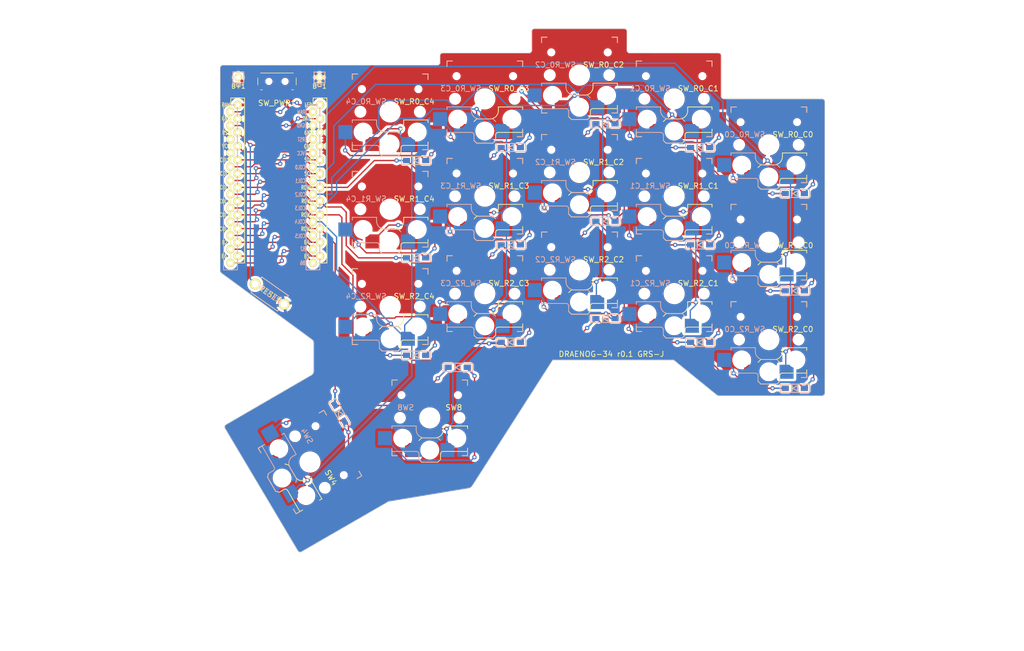
<source format=kicad_pcb>
(kicad_pcb (version 20221018) (generator pcbnew)
  (layers (0 "F.Cu" signal) (31 "B.Cu" signal) (34 "B.Paste" user) (35 "F.Paste" user) (36 "B.SilkS" user "B.Silkscreen") (37 "F.SilkS" user "F.Silkscreen") (38 "B.Mask" user) (39 "F.Mask" user) (44 "Edge.Cuts" user))
  (net 0 "")
  (net 1 "unconnected-(U1-RX1{slash}D2-Pad2)")
  (net 2 "unconnected-(U1-TX0{slash}D3-Pad1)")
  (net 3 "row0")
  (net 4 "Net-(D1-A)")
  (net 5 "row1")
  (net 6 "Net-(D2-A)")
  (net 7 "row2")
  (net 8 "Net-(D3-A)")
  (net 9 "row3")
  (net 10 "Net-(D4-A)")
  (net 11 "Net-(D5-A)")
  (net 12 "Net-(D6-A)")
  (net 13 "Net-(D7-A)")
  (net 14 "Net-(D8-A)")
  (net 15 "Net-(D9-A)")
  (net 16 "Net-(D10-A)")
  (net 17 "Net-(D11-A)")
  (net 18 "Net-(D12-A)")
  (net 19 "Net-(D13-A)")
  (net 20 "Net-(D14-A)")
  (net 21 "Net-(D15-A)")
  (net 22 "Net-(D16-A)")
  (net 23 "Net-(D17-A)")
  (net 24 "RAW")
  (net 25 "GND")
  (net 26 "col4")
  (net 27 "col3")
  (net 28 "col2")
  (net 29 "col1")
  (net 30 "col0")
  (net 31 "RESET")
  (net 32 "Net-(SW_PWR1-C)")
  (net 34 "unconnected-(U1-VCC-Pad21)")
  (net 35 "unconnected-(U1-3{slash}D0{slash}SCL-Pad6)")
  (net 36 "unconnected-(U1-2{slash}D1{slash}SDA-Pad5)")
  (net 37 "unconnected-(U1-9{slash}B5-Pad12)")
  (net 38 "unconnected-(U1-8{slash}B4-Pad11)")
  (net 39 "unconnected-(U1-B3{slash}14-Pad15)")
  (net 40 "unconnected-(U1-B2{slash}16-Pad14)")
  (net 41 "unconnected-(U1-B6{slash}10-Pad13)")
  (footprint "kbd:1pin_conn" (layer "F.Cu") (at 92.25 27)
    (fp_text reference "B+1")
    (fp_text value "MountingHole_Pad" hide)
  )
  (footprint "kbd:D3_SMD" (layer "F.Cu") (at 160.117 35.58)
    (fp_text reference "D9" hide)
    (fp_text value "1N4148W" hide)
  )
  (footprint "keyswitches:Kailh_socket_PG1350_reversible" (layer "F.Cu") (at 155.317 62.58)
    (fp_text reference "SW_R2_C2")
    (fp_text value "SW_PUSH")
  )
  (footprint "keyswitches:Kailh_socket_PG1350_reversible" (layer "F.Cu") (at 190.317 75.47)
    (fp_text reference "SW_R2_C0")
    (fp_text value "SW_PUSH")
  )
  (footprint "kbd:ResetSW" (layer "F.Cu") (at 98.044 67.056 -35)
    (fp_text reference "SW_RST1" hide)
    (fp_text value "SW_Push")
  )
  (footprint "keyswitches:Kailh_socket_PG1350_reversible" (layer "F.Cu") (at 137.817 66.97)
    (fp_text reference "SW_R2_C3")
    (fp_text value "SW_PUSH")
  )
  (footprint "kbd:D3_SMD" (layer "F.Cu") (at 142.617 39.97)
    (fp_text reference "D5" hide)
    (fp_text value "1N4148W" hide)
  )
  (footprint "kbd:1pin_conn" (layer "F.Cu") (at 107.25 27)
    (fp_text reference "B-1")
    (fp_text value "MountingHole_Pad" hide)
  )
  (footprint "keyswitches:Kailh_socket_PG1350_reversible" (layer "F.Cu") (at 172.817 48.97)
    (fp_text reference "SW_R1_C1")
    (fp_text value "SW_PUSH")
  )
  (footprint "kbd:ProMicro_v2" (layer "F.Cu") (at 99.695 46.573)
    (fp_text reference "U1" hide)
    (fp_text value "ProMicro" hide)
  )
  (footprint "kbd:D3_SMD" (layer "F.Cu") (at 132.8 80.6)
    (fp_text reference "D8" hide)
    (fp_text value "1N4148W" hide)
  )
  (footprint "keyswitches:Kailh_socket_PG1350_reversible" (layer "F.Cu") (at 120.317 33.37)
    (fp_text reference "SW_R0_C4")
    (fp_text value "SW_PUSH")
  )
  (footprint "keyswitches:Kailh_socket_PG1350_reversible" (layer "F.Cu") (at 190.317 39.47)
    (fp_text reference "SW_R0_C0")
    (fp_text value "SW_PUSH")
  )
  (footprint "keyswitches:Kailh_socket_PG1350_reversible" (layer "F.Cu") (at 155.317 44.58)
    (fp_text reference "SW_R1_C2")
    (fp_text value "SW_PUSH")
  )
  (footprint "keyswitches:Kailh_socket_PG1350_reversible" (layer "F.Cu") (at 172.817 30.97)
    (fp_text reference "SW_R0_C1")
    (fp_text value "SW_PUSH")
  )
  (footprint "keyswitches:Kailh_socket_PG1350_reversible" (layer "F.Cu") (at 190.317 57.47)
    (fp_text reference "SW_R1_C0")
    (fp_text value "SW_PUSH")
  )
  (footprint "keyswitches:Kailh_socket_PG1350_reversible" (layer "F.Cu") (at 120.317 69.37)
    (fp_text reference "SW_R2_C4")
    (fp_text value "SW_PUSH")
  )
  (footprint "keyswitches:Kailh_socket_PG1350_reversible" (layer "F.Cu") (at 120.317 51.37)
    (fp_text reference "SW_R1_C4")
    (fp_text value "SW_PUSH")
  )
  (footprint "kbd:D3_SMD" (layer "F.Cu") (at 110.975 89.071058 -60)
    (fp_text reference "D4" hide)
    (fp_text value "1N4148W" hide)
  )
  (footprint "kbd:D3_SMD" (layer "F.Cu") (at 195.117 66.47)
    (fp_text reference "D16" hide)
    (fp_text value "1N4148W" hide)
  )
  (footprint "kbd:D3_SMD" (layer "F.Cu") (at 142.617 57.97)
    (fp_text reference "D6" hide)
    (fp_text value "1N4148W" hide)
  )
  (footprint "keyswitches:Kailh_socket_PG1350_reversible" (layer "F.Cu") (at 137.817 30.97)
    (fp_text reference "SW_R0_C3")
    (fp_text value "SW_PUSH")
  )
  (footprint "kbd:D3_SMD" (layer "F.Cu") (at 125.117 42.37)
    (fp_text reference "D1" hide)
    (fp_text value "1N4148W" hide)
  )
  (footprint "kbd:D3_SMD" (layer "F.Cu") (at 177.617 57.97)
    (fp_text reference "D13" hide)
    (fp_text value "1N4148W" hide)
  )
  (footprint "keyswitches:Kailh_socket_PG1350_reversible" (layer "F.Cu") (at 155.317 26.58)
    (fp_text reference "SW_R0_C2")
    (fp_text value "SW_PUSH")
  )
  (footprint "keyswitches:Kailh_socket_PG1350_reversible" (layer "F.Cu") (at 172.817 66.97)
    (fp_text reference "SW_R2_C1")
    (fp_text value "SW_PUSH")
  )
  (footprint "kbd:D3_SMD" (layer "F.Cu") (at 195.117 84.47)
    (fp_text reference "D17" hide)
    (fp_text value "1N4148W" hide)
  )
  (footprint "kbd:D3_SMD" (layer "F.Cu") (at 177.617 75.97)
    (fp_text reference "D14" hide)
    (fp_text value "1N4148W" hide)
  )
  (footprint "kbd:D3_SMD" (layer "F.Cu") (at 195.117 48.47)
    (fp_text reference "D15" hide)
    (fp_text value "1N4148W" hide)
  )
  (footprint "kbd:D3_SMD" (layer "F.Cu") (at 160.117 53.58)
    (fp_text reference "D10" hide)
    (fp_text value "1N4148W" hide)
  )
  (footprint "PCM_marbastlib-various:SW_MSK12C02-HB" (layer "F.Cu") (at 99.4 27.75)
    (fp_text reference "SW_PWR1")
    (fp_text value "SW_SPDT")
  )
  (footprint "kbd:D3_SMD" (layer "F.Cu") (at 177.617 39.97)
    (fp_text reference "D12" hide)
    (fp_text value "1N4148W" hide)
  )
  (footprint "kbd:D3_SMD" (layer "F.Cu") (at 125.117 60.37)
    (fp_text reference "D2" hide)
    (fp_text value "1N4148W" hide)
  )
  (footprint "keyswitches:Kailh_socket_PG1350_reversible" (layer "F.Cu") (at 127.635 89.935)
    (fp_text reference "SW8")
    (fp_text value "SW_R3_C3")
  )
  (footprint "keyswitches:Kailh_socket_PG1350_reversible" (layer "F.Cu") (at 137.817 48.97)
    (fp_text reference "SW_R1_C3")
    (fp_text value "SW_PUSH")
  )
  (footprint "kbd:D3_SMD" (layer "F.Cu") (at 125.117 78.37)
    (fp_text reference "D3" hide)
    (fp_text value "1N4148W" hide)
  )
  (footprint "keyswitches:Kailh_socket_PG1350_reversible" (layer "F.Cu") (at 105.496249 98.100946 -60)
    (fp_text reference "SW4")
    (fp_text value "SW_R3_C4")
  )
  (footprint "kbd:D3_SMD" (layer "F.Cu") (at 160.117 71.58)
    (fp_text reference "D11" hide)
    (fp_text value "1N4148W" hide)
  )
  (footprint "kbd:D3_SMD" (layer "F.Cu") (at 142.617 75.97)
    (fp_text reference "D7" hide)
    (fp_text value "1N4148W" hide)
  )
  (gr_line (start 164.083524 21.994902) (end 164.08297 18.495721) (stroke (width 0.1)) (layer "Edge.Cuts"))
  (gr_line (start 181.999458 30.977449) (end 200.15803 30.984188) (stroke (width 0.1)) (layer "Edge.Cuts"))
  (gr_arc (start 88.896891 25.249139) (mid 89.04728 24.891637) (end 89.408 24.74914) (stroke (width 0.1)) (layer "Edge.Cuts"))
  (gr_line (start 89.408 24.749139) (end 129.032 24.75) (stroke (width 0.1)) (layer "Edge.Cuts"))
  (gr_line (start 150.368 79.248) (end 135.558054 102.400643) (stroke (width 0.1)) (layer "Edge.Cuts"))
  (gr_arc (start 135.558054 102.400643) (mid 135.340967 102.683556) (end 135.058054 102.900643) (stroke (width 0.1)) (layer "Edge.Cuts"))
  (gr_arc (start 103.903526 114.703566) (mid 103.521557 114.726927) (end 103.234945 114.473353) (stroke (width 0.1)) (layer "Edge.Cuts"))
  (gr_line (start 200.158713 85.846977) (end 181.1223 85.848876) (stroke (width 0.1)) (layer "Edge.Cuts"))
  (gr_arc (start 105.963566 75.542452) (mid 106.118306 75.771466) (end 106.172694 76.042452) (stroke (width 0.1)) (layer "Edge.Cuts"))
  (gr_arc (start 89.787565 91.866134) (mid 89.737615 91.486725) (end 89.970577 91.183121) (stroke (width 0.1)) (layer "Edge.Cuts"))
  (gr_arc (start 181.005137 22.501285) (mid 181.35869 22.647732) (end 181.505137 23.001285) (stroke (width 0.1)) (layer "Edge.Cuts"))
  (gr_line (start 130.048 22.5) (end 145.999594 22.499594) (stroke (width 0.1)) (layer "Edge.Cuts"))
  (gr_line (start 89.787565 91.866134) (end 103.234945 114.473353) (stroke (width 0.1)) (layer "Edge.Cuts"))
  (gr_line (start 146.499594 21.999594) (end 146.498929 18.498929) (stroke (width 0.1)) (layer "Edge.Cuts"))
  (gr_line (start 200.65803 31.484188) (end 200.658713 85.346977) (stroke (width 0.1)) (layer "Edge.Cuts"))
  (gr_arc (start 106.173656 81.325209) (mid 106.06795 81.73643) (end 105.758834 82.027503) (stroke (width 0.1)) (layer "Edge.Cuts"))
  (gr_arc (start 146.499594 21.999594) (mid 146.353147 22.353147) (end 145.999594 22.499594) (stroke (width 0.1)) (layer "Edge.Cuts"))
  (gr_arc (start 163.58297 17.995721) (mid 163.936523 18.142168) (end 164.08297 18.495721) (stroke (width 0.1)) (layer "Edge.Cuts"))
  (gr_arc (start 89.091133 63.153792) (mid 88.977292 63.011314) (end 88.897703 62.847224) (stroke (width 0.1)) (layer "Edge.Cuts"))
  (gr_line (start 135.058054 102.900643) (end 120.015 105.41) (stroke (width 0.1)) (layer "Edge.Cuts"))
  (gr_line (start 146.998929 17.998929) (end 163.58297 17.995721) (stroke (width 0.1)) (layer "Edge.Cuts"))
  (gr_line (start 129.540659 24.248016) (end 129.539528 22.998924) (stroke (width 0.1)) (layer "Edge.Cuts"))
  (gr_arc (start 200.15803 30.984188) (mid 200.511583 31.130635) (end 200.65803 31.484188) (stroke (width 0.1)) (layer "Edge.Cuts"))
  (gr_line (start 105.963566 75.542452) (end 89.091133 63.153792) (stroke (width 0.1)) (layer "Edge.Cuts"))
  (gr_arc (start 146.498929 18.498929) (mid 146.645376 18.145376) (end 146.998929 17.998929) (stroke (width 0.1)) (layer "Edge.Cuts"))
  (gr_line (start 105.758834 82.027503) (end 89.970577 91.183121) (stroke (width 0.1)) (layer "Edge.Cuts"))
  (gr_arc (start 200.658713 85.346977) (mid 200.512266 85.70053) (end 200.158713 85.846977) (stroke (width 0.1)) (layer "Edge.Cuts"))
  (gr_line (start 172.72 79.248) (end 150.368 79.248) (stroke (width 0.1)) (layer "Edge.Cuts"))
  (gr_arc (start 164.583524 22.494902) (mid 164.229971 22.348455) (end 164.083524 21.994902) (stroke (width 0.1)) (layer "Edge.Cuts"))
  (gr_line (start 180.576665 85.627141) (end 172.72 79.248) (stroke (width 0.1)) (layer "Edge.Cuts"))
  (gr_line (start 181.505137 23.001285) (end 181.499458 30.477449) (stroke (width 0.1)) (layer "Edge.Cuts"))
  (gr_arc (start 129.540659 24.248016) (mid 129.394212 24.601569) (end 129.040659 24.748016) (stroke (width 0.1)) (layer "Edge.Cuts"))
  (gr_arc (start 181.1223 85.848876) (mid 180.829486 85.787216) (end 180.576665 85.627141) (stroke (width 0.1)) (layer "Edge.Cuts"))
  (gr_line (start 164.592 22.498447) (end 181.005137 22.501285) (stroke (width 0.1)) (layer "Edge.Cuts"))
  (gr_line (start 88.897701 62.847223) (end 88.897011 25.249139) (stroke (width 0.1)) (layer "Edge.Cuts"))
  (gr_line (start 103.903526 114.703566) (end 120.015 105.41) (stroke (width 0.1)) (layer "Edge.Cuts"))
  (gr_line (start 106.173656 81.325209) (end 106.172694 76.042452) (stroke (width 0.1)) (layer "Edge.Cuts"))
  (gr_arc (start 181.999458 30.977449) (mid 181.645905 30.831002) (end 181.499458 30.477449) (stroke (width 0.1)) (layer "Edge.Cuts"))
  (gr_arc (start 129.539528 22.998924) (mid 129.685975 22.645371) (end 130.039528 22.498924) (stroke (width 0.1)) (layer "Edge.Cuts"))
  (gr_text "DRAENOG-34 r0.1 GRS-J" (at 151.384 78.74) (layer "F.SilkS") (effects (font (size 1 1)) (justify left bottom)))
  (segment (start 101.1 35.905) (end 90.805 35.905) (width 0.25) (layer "F.Cu") (net 1))
  (segment (start 103.335 34.635) (end 107.3514 34.635) (width 0.25) (layer "F.Cu") (net 1))
  (segment (start 103.3 34.6) (end 103.335 34.635) (width 0.25) (layer "F.Cu") (net 1))
  (via (at 101.1 35.905) (size 0.8) (drill 0.4) (layers "F.Cu" "B.Cu") (net 1))
  (via (at 103.3 34.6) (size 0.8) (drill 0.4) (layers "F.Cu" "B.Cu") (net 1))
  (segment (start 101.1 35.905) (end 101.995 35.905) (width 0.25) (layer "B.Cu") (net 1))
  (segment (start 101.995 35.905) (end 103.3 34.6) (width 0.25) (layer "B.Cu") (net 1))
  (segment (start 90.805 33.365) (end 99.965 33.365) (width 0.25) (layer "F.Cu") (net 2))
  (segment (start 103.495 32.095) (end 107.3514 32.095) (width 0.25) (layer "F.Cu") (net 2))
  (segment (start 99.965 33.365) (end 100 33.4) (width 0.25) (layer "F.Cu") (net 2))
  (segment (start 103.1 31.7) (end 103.495 32.095) (width 0.25) (layer "F.Cu") (net 2))
  (via (at 103.1 31.7) (size 0.8) (drill 0.4) (layers "F.Cu" "B.Cu") (net 2))
  (via (at 100 33.4) (size 0.8) (drill 0.4) (layers "F.Cu" "B.Cu") (net 2))
  (segment (start 101.7 31.7) (end 103.1 31.7) (width 0.25) (layer "B.Cu") (net 2))
  (segment (start 100 33.4) (end 101.7 31.7) (width 0.25) (layer "B.Cu") (net 2))
  (segment (start 124.9967 43.8997) (end 137.0373 43.8997) (width 0.25) (layer "F.Cu") (net 3))
  (segment (start 95.395 48.605) (end 95.8 48.2) (width 0.25) (layer "F.Cu") (net 3))
  (segment (start 144.3511 43.3541) (end 150.6929 43.3541) (width 0.25) (layer "F.Cu") (net 3))
  (segment (start 191 48.47) (end 193.467 48.47) (width 0.25) (layer "F.Cu") (net 3))
  (segment (start 112.4314 47.335) (end 117.3964 42.37) (width 0.25) (layer "F.Cu") (net 3))
  (segment (start 105.777749 47.335) (end 107.3514 47.335) (width 0.25) (layer "F.Cu") (net 3))
  (segment (start 162.857 39.97) (end 173.1 39.97) (width 0.25) (layer "F.Cu") (net 3))
  (segment (start 137.0373 43.8997) (end 139.5185 41.4185) (width 0.25) (layer "F.Cu") (net 3))
  (segment (start 175.967 39.97) (end 184.467 48.47) (width 0.25) (layer "F.Cu") (net 3))
  (segment (start 173.1 39.97) (end 175.967 39.97) (width 0.25) (layer "F.Cu") (net 3))
  (segment (start 121.5 42.37) (end 123.467 42.37) (width 0.25) (layer "F.Cu") (net 3))
  (segment (start 150.6929 43.3541) (end 156.8735 37.1735) (width 0.25) (layer "F.Cu") (net 3))
  (segment (start 123.467 42.37) (end 124.9967 43.8997) (width 0.25) (layer "F.Cu") (net 3))
  (segment (start 96.3 46.3) (end 104.742749 46.3) (width 0.25) (layer "F.Cu") (net 3))
  (segment (start 140.967 39.97) (end 144.3511 43.3541) (width 0.25) (layer "F.Cu") (net 3))
  (segment (start 184.467 48.47) (end 191 48.47) (width 0.25) (layer "F.Cu") (net 3))
  (segment (start 139.5185 41.4185) (end 140.967 39.97) (width 0.25) (layer "F.Cu") (net 3))
  (segment (start 104.742749 46.3) (end 105.777749 47.335) (width 0.25) (layer "F.Cu") (net 3))
  (segment (start 117.3964 42.37) (end 121.5 42.37) (width 0.25) (layer "F.Cu") (net 3))
  (segment (start 90.805 48.605) (end 95.395 48.605) (width 0.25) (layer "F.Cu") (net 3))
  (segment (start 156.8735 37.1735) (end 158.467 35.58) (width 0.25) (layer "F.Cu") (net 3))
  (segment (start 158.467 35.58) (end 162.857 39.97) (width 0.25) (layer "F.Cu") (net 3))
  (segment (start 107.3514 47.335) (end 112.4314 47.335) (width 0.25) (layer "F.Cu") (net 3))
  (via (at 121.5 42.37) (size 0.8) (drill 0.4) (layers "F.Cu" "B.Cu") (net 3))
  (via (at 96.3 46.3) (size 0.8) (drill 0.4) (layers "F.Cu" "B.Cu") (net 3))
  (via (at 156.8735 37.1735) (size 0.8) (drill 0.4) (layers "F.Cu" "B.Cu") (net 3))
  (via (at 139.5185 41.4185) (size 0.8) (drill 0.4) (layers "F.Cu" "B.Cu") (net 3))
  (via (at 95.8 48.2) (size 0.8) (drill 0.4) (layers "F.Cu" "B.Cu") (net 3))
  (via (at 173.1 39.97) (size 0.8) (drill 0.4) (layers "F.Cu" "B.Cu") (net 3))
  (via (at 191 48.47) (size 0.8) (drill 0.4) (layers "F.Cu" "B.Cu") (net 3))
  (segment (start 193.342 48.47) (end 191 48.47) (width 0.25) (layer "B.Cu") (net 3))
  (segment (start 158.342 35.705) (end 156.8735 37.1735) (width 0.25) (layer "B.Cu") (net 3))
  (segment (start 140.842 39.97) (end 140.842 40.095) (width 0.25) (layer "B.Cu") (net 3))
  (segment (start 123.342 42.37) (end 121.5 42.37) (width 0.25) (layer "B.Cu") (net 3))
  (segment (start 175.842 39.97) (end 173.1 39.97) (width 0.25) (layer "B.Cu") (net 3))
  (segment (start 95.8 48.2) (end 95.8 46.8) (width 0.25) (layer "B.Cu") (net 3))
  (segment (start 140.842 40.095) (end 139.5185 41.4185) (width 0.25) (layer "B.Cu") (net 3))
  (segment (start 95.8 46.8) (end 96.3 46.3) (width 0.25) (layer "B.Cu") (net 3))
  (segment (start 158.342 35.58) (end 158.342 35.705) (width 0.25) (layer "B.Cu") (net 3))
  (segment (start 126.767 42.37) (end 125.842 41.445) (width 0.25) (layer "F.Cu") (net 4))
  (segment (start 112.945 41.445) (end 112 40.5) (width 0.25) (layer "F.Cu") (net 4))
  (segment (start 128.592 40.545) (end 127.9185 41.2185) (width 0.25) (layer "F.Cu") (net 4))
  (segment (start 128.592 37.12) (end 128.592 40.545) (width 0.25) (layer "F.Cu") (net 4))
  (segment (start 125.842 41.445) (end 112.945 41.445) (width 0.25) (layer "F.Cu") (net 4))
  (segment (start 127.9185 41.2185) (end 126.767 42.37) (width 0.25) (layer "F.Cu") (net 4))
  (via (at 112 40.5) (size 0.8) (drill 0.4) (layers "F.Cu" "B.Cu") (net 4))
  (via (at 127.9185 41.2185) (size 0.8) (drill 0.4) (layers "F.Cu" "B.Cu") (net 4))
  (segment (start 126.892 42.245) (end 127.9185 41.2185) (width 0.25) (layer "B.Cu") (net 4))
  (segment (start 112 40.5) (end 112.042 40.458) (width 0.25) (layer "B.Cu") (net 4))
  (segment (start 112.042 40.458) (end 112.042 37.12) (width 0.25) (layer "B.Cu") (net 4))
  (segment (start 126.892 42.37) (end 126.892 42.245) (width 0.25) (layer "B.Cu") (net 4))
  (segment (start 90.805 51.145) (end 94.755 51.145) (width 0.25) (layer "F.Cu") (net 5))
  (segment (start 156.3235 55.7235) (end 158.467 53.58) (width 0.25) (layer "F.Cu") (net 5))
  (segment (start 143.4875 60.4905) (end 151.5565 60.4905) (width 0.25) (layer "F.Cu") (net 5))
  (segment (start 108.4384 50.962) (end 111.262 50.962) (width 0.25) (layer "F.Cu") (net 5))
  (segment (start 151.5565 60.4905) (end 156.3235 55.7235) (width 0.25) (layer "F.Cu") (net 5))
  (segment (start 140.967 57.97) (end 143.4875 60.4905) (width 0.25) (layer "F.Cu") (net 5))
  (segment (start 107.3514 49.875) (end 108.4384 50.962) (width 0.25) (layer "F.Cu") (net 5))
  (segment (start 173 57.97) (end 162.857 57.97) (width 0.25) (layer "F.Cu") (net 5))
  (segment (start 105.777749 49.875) (end 107.3514 49.875) (width 0.25) (layer "F.Cu") (net 5))
  (segment (start 175.842 57.97) (end 173 57.97) (width 0.25) (layer "F.Cu") (net 5))
  (segment (start 94.755 51.145) (end 95.3 50.6) (width 0.25) (layer "F.Cu") (net 5))
  (segment (start 114.47 60.37) (end 121.4 60.37) (width 0.25) (layer "F.Cu") (net 5))
  (segment (start 104.702749 48.8) (end 105.777749 49.875) (width 0.25) (layer "F.Cu") (net 5))
  (segment (start 175.842 58.842) (end 183.47 66.47) (width 0.25) (layer "F.Cu") (net 5))
  (segment (start 175.842 57.97) (end 175.842 58.842) (width 0.25) (layer "F.Cu") (net 5))
  (segment (start 112.2 58.1) (end 114.47 60.37) (width 0.25) (layer "F.Cu") (net 5))
  (segment (start 190.6 66.47) (end 193.467 66.47) (width 0.25) (layer "F.Cu") (net 5))
  (segment (start 111.262 50.962) (end 112.2 51.9) (width 0.25) (layer "F.Cu") (net 5))
  (segment (start 124.392 61.295) (end 137.642 61.295) (width 0.25) (layer "F.Cu") (net 5))
  (segment (start 139.2185 59.7185) (end 140.967 57.97) (width 0.25) (layer "F.Cu") (net 5))
  (segment (start 95.3 50.6) (end 96.7 50.6) (width 0.25) (layer "F.Cu") (net 5))
  (segment (start 183.47 66.47) (end 190.6 66.47) (width 0.25) (layer "F.Cu") (net 5))
  (segment (start 137.642 61.295) (end 139.2185 59.7185) (width 0.25) (layer "F.Cu") (net 5))
  (segment (start 158.467 53.58) (end 162.857 57.97) (width 0.25) (layer "F.Cu") (net 5))
  (segment (start 97 48.8) (end 104.702749 48.8) (width 0.25) (layer "F.Cu") (net 5))
  (segment (start 112.2 51.9) (end 112.2 58.1) (width 0.25) (layer "F.Cu") (net 5))
  (segment (start 123.467 60.37) (end 124.392 61.295) (width 0.25) (layer "F.Cu") (net 5))
  (segment (start 121.4 60.37) (end 123.467 60.37) (width 0.25) (layer "F.Cu") (net 5))
  (via (at 121.4 60.37) (size 0.8) (drill 0.4) (layers "F.Cu" "B.Cu") (net 5))
  (via (at 97 48.8) (size 0.8) (drill 0.4) (layers "F.Cu" "B.Cu") (net 5))
  (via (at 190.6 66.47) (size 0.8) (drill 0.4) (layers "F.Cu" "B.Cu") (net 5))
  (via (at 156.3235 55.7235) (size 0.8) (drill 0.4) (layers "F.Cu" "B.Cu") (net 5))
  (via (at 173 57.97) (size 0.8) (drill 0.4) (layers "F.Cu" "B.Cu") (net 5))
  (via (at 96.7 50.6) (size 0.8) (drill 0.4) (layers "F.Cu" "B.Cu") (net 5))
  (via (at 139.2185 59.7185) (size 0.8) (drill 0.4) (layers "F.Cu" "B.Cu") (net 5))
  (segment (start 193.342 66.47) (end 190.6 66.47) (width 0.25) (layer "B.Cu") (net 5))
  (segment (start 140.842 58.095) (end 139.2185 59.7185) (width 0.25) (layer "B.Cu") (net 5))
  (segment (start 96.7 49.1) (end 97 48.8) (width 0.25) (layer "B.Cu") (net 5))
  (segment (start 158.342 53.58) (end 158.342 53.705) (width 0.25) (layer "B.Cu") (net 5))
  (segment (start 96.7 50.6) (end 96.7 49.1) (width 0.25) (layer "B.Cu") (net 5))
  (segment (start 158.342 53.705) (end 156.3235 55.7235) (width 0.25) (layer "B.Cu") (net 5))
  (segment (start 140.842 57.97) (end 140.842 58.095) (width 0.25) (layer "B.Cu") (net 5))
  (segment (start 175.842 57.97) (end 173 57.97) (width 0.25) (layer "B.Cu") (net 5))
  (segment (start 123.342 60.37) (end 121.4 60.37) (width 0.25) (layer "B.Cu") (net 5))
  (segment (start 115.917 59.445) (end 114.5 58.028) (width 0.25) (layer "F.Cu") (net 6))
  (segment (start 126.767 60.37) (end 125.842 59.445) (width 0.25) (layer "F.Cu") (net 6))
  (segment (start 128.5185 58.6185) (end 126.767 60.37) (width 0.25) (layer "F.Cu") (net 6))
  (segment (start 128.592 55.12) (end 128.592 58.545) (width 0.25) (layer "F.Cu") (net 6))
  (segment (start 128.592 58.545) (end 128.5185 58.6185) (width 0.25) (layer "F.Cu") (net 6))
  (segment (start 125.842 59.445) (end 115.917 59.445) (width 0.25) (layer "F.Cu") (net 6))
  (segment (start 114.5 58.028) (end 114.5 57.9) (width 0.25) (layer "F.Cu") (net 6))
  (via (at 128.5185 58.6185) (size 0.8) (drill 0.4) (layers "F.Cu" "B.Cu") (net 6))
  (via (at 114.5 57.9) (size 0.8) (drill 0.4) (layers "F.Cu" "B.Cu") (net 6))
  (segment (start 114.5 57.9) (end 114.5 57.578) (width 0.25) (layer "B.Cu") (net 6))
  (segment (start 126.892 60.245) (end 128.5185 58.6185) (width 0.25) (layer "B.Cu") (net 6))
  (segment (start 126.892 60.37) (end 126.892 60.245) (width 0.25) (layer "B.Cu") (net 6))
  (segment (start 114.5 57.578) (end 112.042 55.12) (width 0.25) (layer "B.Cu") (net 6))
  (segment (start 95.7 53.3) (end 95.315 53.685) (width 0.25) (layer "F.Cu") (net 7))
  (segment (start 113.442 63.5856) (end 113.442 74.97) (width 0.25) (layer "F.Cu") (net 7))
  (segment (start 95.5 51.6) (end 104.962749 51.6) (width 0.25) (layer "F.Cu") (net 7))
  (segment (start 123.467 78.37) (end 124.392 79.295) (width 0.25) (layer "F.Cu") (net 7))
  (segment (start 111.4 61.5436) (end 113.442 63.5856) (width 0.25) (layer "F.Cu") (net 7))
  (segment (start 107.3514 52.415) (end 110.915 52.415) (width 0.25) (layer "F.Cu") (net 7))
  (segment (start 95.315 53.685) (end 90.805 53.685) (width 0.25) (layer "F.Cu") (net 7))
  (segment (start 156.7235 73.3235) (end 158.467 71.58) (width 0.25) (layer "F.Cu") (net 7))
  (segment (start 184.467 84.47) (end 191 84.47) (width 0.25) (layer "F.Cu") (net 7))
  (segment (start 127.705 79.295) (end 130.8 76.2) (width 0.25) (layer "F.Cu") (net 7))
  (segment (start 110.915 52.415) (end 111.4 52.9) (width 0.25) (layer "F.Cu") (net 7))
  (segment (start 113.442 74.97) (end 116.842 78.37) (width 0.25) (layer "F.Cu") (net 7))
  (segment (start 175.967 75.97) (end 184.467 84.47) (width 0.25) (layer "F.Cu") (net 7))
  (segment (start 104.962749 51.6) (end 105.777749 52.415) (width 0.25) (layer "F.Cu") (net 7))
  (segment (start 120.3 78.37) (end 123.467 78.37) (width 0.25) (layer "F.Cu") (net 7))
  (segment (start 130.8 76.2) (end 138.6 76.2) (width 0.25) (layer "F.Cu") (net 7))
  (segment (start 140.737 76.2) (end 140.967 75.97) (width 0.25) (layer "F.Cu") (net 7))
  (segment (start 124.392 79.295) (end 127.705 79.295) (width 0.25) (layer "F.Cu") (net 7))
  (segment (start 173.4 75.97) (end 175.967 75.97) (width 0.25) (layer "F.Cu") (net 7))
  (segment (start 111.4 52.9) (end 111.4 61.5436) (width 0.25) (layer "F.Cu") (net 7))
  (segment (start 191 84.47) (end 193.467 84.47) (width 0.25) (layer "F.Cu") (net 7))
  (segment (start 105.777749 52.415) (end 107.3514 52.415) (width 0.25) (layer "F.Cu") (net 7))
  (segment (start 153.152 76.895) (end 156.7235 73.3235) (width 0.25) (layer "F.Cu") (net 7))
  (segment (start 140.967 75.97) (end 141.892 76.895) (width 0.25) (layer "F.Cu") (net 7))
  (segment (start 116.842 78.37) (end 120.3 78.37) (width 0.25) (layer "F.Cu") (net 7))
  (segment (start 158.467 71.58) (end 162.857 75.97) (width 0.25) (layer "F.Cu") (net 7))
  (segment (start 141.892 76.895) (end 153.152 76.895) (width 0.25) (layer "F.Cu") (net 7))
  (segment (start 138.6 76.2) (end 140.737 76.2) (width 0.25) (layer "F.Cu") (net 7))
  (segment (start 162.857 75.97) (end 173.4 75.97) (width 0.25) (layer "F.Cu") (net 7))
  (via (at 95.5 51.6) (size 0.8) (drill 0.4) (layers "F.Cu" "B.Cu") (net 7))
  (via (at 138.6 76.2) (size 0.8) (drill 0.4) (layers "F.Cu" "B.Cu") (net 7))
  (via (at 191 84.47) (size 0.8) (drill 0.4) (layers "F.Cu" "B.Cu") (net 7))
  (via (at 173.4 75.97) (size 0.8) (drill 0.4) (layers "F.Cu" "B.Cu") (net 7))
  (via (at 120.3 78.37) (size 0.8) (drill 0.4) (layers "F.Cu" "B.Cu") (net 7))
  (via (at 156.7235 73.3235) (size 0.8) (drill 0.4) (layers "F.Cu" "B.Cu") (net 7))
  (via (at 95.7 53.3) (size 0.8) (drill 0.4) (layers "F.Cu" "B.Cu") (net 7))
  (segment (start 193.342 84.47) (end 191 84.47) (width 0.25) (layer "B.Cu") (net 7))
  (segment (start 95.7 53.3) (end 95.5 53.1) (width 0.25) (layer "B.Cu") (net 7))
  (segment (start 138.83 75.97) (end 138.6 76.2) (width 0.25) (layer "B.Cu") (net 7))
  (segment (start 158.342 71.58) (end 158.342 71.705) (width 0.25) (layer "B.Cu") (net 7))
  (segment (start 175.842 75.97) (end 173.4 75.97) (width 0.25) (layer "B.Cu") (net 7))
  (segment (start 95.5 53.1) (end 95.5 51.6) (width 0.25) (layer "B.Cu") (net 7))
  (segment (start 158.342 71.705) (end 156.7235 73.3235) (width 0.25) (layer "B.Cu") (net 7))
  (segment (start 123.342 78.37) (end 120.3 78.37) (width 0.25) (layer "B.Cu") (net 7))
  (segment (start 140.842 75.97) (end 138.83 75.97) (width 0.25) (layer "B.Cu") (net 7))
  (segment (start 117.5 71.5) (end 116.8 70.8) (width 0.25) (layer "F.Cu") (net 8))
  (segment (start 128.592 73.12) (end 126.717 71.245) (width 0.25) (layer "F.Cu") (net 8))
  (segment (start 121.141999 71.5) (end 117.5 71.5) (width 0.25) (layer "F.Cu") (net 8))
  (segment (start 126.767 78.37) (end 128.592 76.545) (width 0.25) (layer "F.Cu") (net 8))
  (segment (start 121.396999 71.245) (end 121.141999 71.5) (width 0.25) (layer "F.Cu") (net 8))
  (segment (start 128.592 76.545) (end 128.592 73.12) (width 0.25) (layer "F.Cu") (net 8))
  (segment (start 126.717 71.245) (end 121.396999 71.245) (width 0.25) (layer "F.Cu") (net 8))
  (via (at 116.8 70.8) (size 0.8) (drill 0.4) (layers "F.Cu" "B.Cu") (net 8))
  (via (at 128.592 76.545) (size 0.8) (drill 0.4) (layers "F.Cu" "B.Cu") (net 8))
  (segment (start 126.892 78.37) (end 126.892 78.245) (width 0.25) (layer "B.Cu") (net 8))
  (segment (start 126.892 78.245) (end 128.592 76.545) (width 0.25) (layer "B.Cu") (net 8))
  (segment (start 116.8 70.8) (end 114.362 70.8) (width 0.25) (layer "B.Cu") (net 8))
  (segment (start 114.362 70.8) (end 112.042 73.12) (width 0.25) (layer "B.Cu") (net 8))
  (segment (start 110.15 57.7536) (end 110.15 85) (width 0.25) (layer "F.Cu") (net 9))
  (segment (start 97 54) (end 104.822749 54) (width 0.25) (layer "F.Cu") (net 9))
  (segment (start 124.107884 87.642116) (end 129.125 82.625) (width 0.25) (layer "F.Cu") (net 9))
  (segment (start 110.15 87.642116) (end 124.107884 87.642116) (width 0.25) (layer "F.Cu") (net 9))
  (segment (start 110.15 85) (end 110.15 87.642116) (width 0.25) (layer "F.Cu") (net 9))
  (segment (start 129.125 82.625) (end 131.15 80.6) (width 0.25) (layer "F.Cu") (net 9))
  (segment (start 104.822749 54) (end 105.777749 54.955) (width 0.25) (layer "F.Cu") (net 9))
  (segment (start 96.375 56.225) (end 96.7 55.9) (width 0.25) (layer "F.Cu") (net 9))
  (segment (start 107.3514 54.955) (end 110.15 57.7536) (width 0.25) (layer "F.Cu") (net 9))
  (segment (start 105.777749 54.955) (end 107.3514 54.955) (width 0.25) (layer "F.Cu") (net 9))
  (segment (start 90.805 56.225) (end 96.375 56.225) (width 0.25) (layer "F.Cu") (net 9))
  (via (at 129.125 82.625) (size 0.8) (drill 0.4) (layers "F.Cu" "B.Cu") (net 9))
  (via (at 110.15 85) (size 0.8) (drill 0.4) (layers "F.Cu" "B.Cu") (net 9))
  (via (at 97 54) (size 0.8) (drill 0.4) (layers "F.Cu" "B.Cu") (net 9))
  (via (at 96.7 55.9) (size 0.8) (drill 0.4) (layers "F.Cu" "B.Cu") (net 9))
  (segment (start 131.025 80.725) (end 129.125 82.625) (width 0.25) (layer "B.Cu") (net 9))
  (segment (start 110.0875 85.0625) (end 110.15 85) (width 0.25) (layer "B.Cu") (net 9))
  (segment (start 96.7 55.9) (end 96.7 54.3) (width 0.25) (layer "B.Cu") (net 9))
  (segment (start 110.0875 87.533863) (end 110.0875 85.0625) (width 0.25) (layer "B.Cu") (net 9))
  (segment (start 131.025 80.6) (end 131.025 80.725) (width 0.25) (layer "B.Cu") (net 9))
  (segment (start 96.7 54.3) (end 97 54) (width 0.25) (layer "B.Cu") (net 9))
  (segment (start 111.8 90.5) (end 101.5 90.5) (width 0.25) (layer "F.Cu") (net 10))
  (segment (start 112.613856 100.914604) (end 106.386154 107.142306) (width 0.25) (layer "F.Cu") (net 10))
  (segment (start 112.613856 91.313856) (end 112.613856 92.6) (width 0.25) (layer "F.Cu") (net 10))
  (segment (start 112.613856 92.6) (end 112.613856 100.914604) (width 0.25) (layer "F.Cu") (net 10))
  (segment (start 101.5 90.5) (end 101.1 90.9) (width 0.25) (layer "F.Cu") (net 10))
  (segment (start 111.8 90.5) (end 112.613856 91.313856) (width 0.25) (layer "F.Cu") (net 10))
  (via (at 112.613856 92.6) (size 0.8) (drill 0.4) (layers "F.Cu" "B.Cu") (net 10))
  (via (at 101.1 90.9) (size 0.8) (drill 0.4) (layers "F.Cu" "B.Cu") (net 10))
  (segment (start 101.1 90.9) (end 100.02074 90.9) (width 0.25) (layer "B.Cu") (net 10))
  (segment (start 111.8625 90.608253) (end 111.8625 91.848644) (width 0.25) (layer "B.Cu") (net 10))
  (segment (start 100.02074 90.9) (end 98.111154 92.809586) (width 0.25) (layer "B.Cu") (net 10))
  (segment (start 111.8625 91.848644) (end 112.613856 92.6) (width 0.25) (layer "B.Cu") (net 10))
  (segment (start 144.267 39.97) (end 143.342 39.045) (width 0.25) (layer "F.Cu") (net 11))
  (segment (start 143.342 39.045) (end 132.545 39.045) (width 0.25) (layer "F.Cu") (net 11))
  (segment (start 146.092 38.145) (end 144.267 39.97) (width 0.25) (layer "F.Cu") (net 11))
  (segment (start 132.545 39.045) (end 131.5 38) (width 0.25) (layer "F.Cu") (net 11))
  (segment (start 146.092 34.72) (end 146.092 38.145) (width 0.25) (layer "F.Cu") (net 11))
  (via (at 131.5 38) (size 0.8) (drill 0.4) (layers "F.Cu" "B.Cu") (net 11))
  (via (at 146.092 38.145) (size 0.8) (drill 0.4) (layers "F.Cu" "B.Cu") (net 11))
  (segment (start 131.5 36.678) (end 129.542 34.72) (width 0.25) (layer "B.Cu") (net 11))
  (segment (start 131.5 38) (end 131.5 36.678) (width 0.25) (layer "B.Cu") (net 11))
  (segment (start 144.392 39.845) (end 146.092 38.145) (width 0.25) (layer "B.Cu") (net 11))
  (segment (start 144.392 39.97) (end 144.392 39.845) (width 0.25) (layer "B.Cu") (net 11))
  (segment (start 132.945 57.045) (end 131.4 55.5) (width 0.25) (layer "F.Cu") (net 12))
  (segment (start 146.092 56.145) (end 144.267 57.97) (width 0.25) (layer "F.Cu") (net 12))
  (segment (start 146.092 52.72) (end 146.092 56.145) (width 0.25) (layer "F.Cu") (net 12))
  (segment (start 144.267 57.97) (end 143.342 57.045) (width 0.25) (layer "F.Cu") (net 12))
  (segment (start 143.342 57.045) (end 132.945 57.045) (width 0.25) (layer "F.Cu") (net 12))
  (via (at 146.092 56.145) (size 0.8) (drill 0.4) (layers "F.Cu" "B.Cu") (net 12))
  (via (at 131.4 55.5) (size 0.8) (drill 0.4) (layers "F.Cu" "B.Cu") (net 12))
  (segment (start 144.392 57.845) (end 146.092 56.145) (width 0.25) (layer "B.Cu") (net 12))
  (segment (start 131.4 55.5) (end 131.4 54.578) (width 0.25) (layer "B.Cu") (net 12))
  (segment (start 144.392 57.97) (end 144.392 57.845) (width 0.25) (layer "B.Cu") (net 12))
  (segment (start 131.4 54.578) (end 129.542 52.72) (width 0.25) (layer "B.Cu") (net 12))
  (segment (start 138.896999 68.845) (end 138.641999 69.1) (width 0.25) (layer "F.Cu") (net 13))
  (segment (start 133.84865 69.1) (end 133.24865 68.5) (width 0.25) (layer "F.Cu") (net 13))
  (segment (start 146.0185 74.2185) (end 146.092 74.145) (width 0.25) (layer "F.Cu") (net 13))
  (segment (start 133.24865 68.5) (end 129.5 68.5) (width 0.25) (layer "F.Cu") (net 13))
  (segment (start 146.092 74.145) (end 146.092 70.72) (width 0.25) (layer "F.Cu") (net 13))
  (segment (start 146.092 70.72) (end 144.217 68.845) (width 0.25) (layer "F.Cu") (net 13))
  (segment (start 144.217 68.845) (end 138.896999 68.845) (width 0.25) (layer "F.Cu") (net 13))
  (segment (start 144.267 75.97) (end 146.0185 74.2185) (width 0.25) (layer "F.Cu") (net 13))
  (segment (start 138.641999 69.1) (end 133.84865 69.1) (width 0.25) (layer "F.Cu") (net 13))
  (via (at 129.5 68.5) (size 0.8) (drill 0.4) (layers "F.Cu" "B.Cu") (net 13))
  (via (at 146.0185 74.2185) (size 0.8) (drill 0.4) (layers "F.Cu" "B.Cu") (net 13))
  (segment (start 129.5 68.5) (end 129.5 70.678) (width 0.25) (layer "B.Cu") (net 13))
  (segment (start 144.392 75.97) (end 144.392 75.845) (width 0.25) (layer "B.Cu") (net 13))
  (segment (start 144.392 75.845) (end 146.0185 74.2185) (width 0.25) (layer "B.Cu") (net 13))
  (segment (start 129.5 70.678) (end 129.542 70.72) (width 0.25) (layer "B.Cu") (net 13))
  (segment (start 135.9 97.2) (end 135.91 97.19) (width 0.25) (layer "F.Cu") (net 14))
  (segment (start 135.91 97.19) (end 135.91 93.685) (width 0.25) (layer "F.Cu") (net 14))
  (segment (start 134.45 80.6) (end 135.91 82.06) (width 0.25) (layer "F.Cu") (net 14))
  (segment (start 135.91 82.06) (end 135.91 82.2) (width 0.25) (layer "F.Cu") (net 14))
  (segment (start 135.91 82.2) (end 135.91 93.685) (width 0.25) (layer "F.Cu") (net 14))
  (via (at 135.9 97.2) (size 0.8) (drill 0.4) (layers "F.Cu" "B.Cu") (net 14))
  (via (at 135.91 82.2) (size 0.8) (drill 0.4) (layers "F.Cu" "B.Cu") (net 14))
  (segment (start 123.435 97.76) (end 135.34 97.76) (width 0.25) (layer "B.Cu") (net 14))
  (segment (start 119.36 93.685) (end 123.435 97.76) (width 0.25) (layer "B.Cu") (net 14))
  (segment (start 134.575 80.865) (end 135.91 82.2) (width 0.25) (layer "B.Cu") (net 14))
  (segment (start 134.575 80.6) (end 134.575 80.865) (width 0.25) (layer "B.Cu") (net 14))
  (segment (start 135.34 97.76) (end 135.9 97.2) (width 0.25) (layer "B.Cu") (net 14))
  (segment (start 160.5 34.655) (end 149.655 34.655) (width 0.25) (layer "F.Cu") (net 15))
  (segment (start 161.767 35.58) (end 160.842 34.655) (width 0.25) (layer "F.Cu") (net 15))
  (segment (start 149.655 34.655) (end 144.6 29.6) (width 0.25) (layer "F.Cu") (net 15))
  (segment (start 163.592 30.33) (end 163.592 33.755) (width 0.25) (layer "F.Cu") (net 15))
  (segment (start 160.842 34.655) (end 160.5 34.655) (width 0.25) (layer "F.Cu") (net 15))
  (segment (start 163.592 33.755) (end 161.767 35.58) (width 0.25) (layer "F.Cu") (net 15))
  (via (at 160.5 34.655) (size 0.8) (drill 0.4) (layers "F.Cu" "B.Cu") (net 15))
  (via (at 144.6 29.6) (size 0.8) (drill 0.4) (layers "F.Cu" "B.Cu") (net 15))
  (segment (start 144.6 29.6) (end 145.33 30.33) (width 0.25) (layer "B.Cu") (net 15))
  (segment (start 161.425 35.58) (end 160.5 34.655) (width 0.25) (layer "B.Cu") (net 15))
  (segment (start 161.892 35.58) (end 161.425 35.58) (width 0.25) (layer "B.Cu") (net 15))
  (segment (start 145.33 30.33) (end 147.042 30.33) (width 0.25) (layer "B.Cu") (net 15))
  (segment (start 150.105 52.405) (end 148.8 51.1) (width 0.25) (layer "F.Cu") (net 16))
  (segment (start 161.767 53.58) (end 160.6935 52.5065) (width 0.25) (layer "F.Cu") (net 16))
  (segment (start 160.6935 52.5065) (end 160.592 52.405) (width 0.25) (layer "F.Cu") (net 16))
  (segment (start 163.592 48.33) (end 163.592 51.755) (width 0.25) (layer "F.Cu") (net 16))
  (segment (start 160.592 52.405) (end 150.105 52.405) (width 0.25) (layer "F.Cu") (net 16))
  (segment (start 163.592 51.755) (end 161.767 53.58) (width 0.25) (layer "F.Cu") (net 16))
  (via (at 148.8 51.1) (size 0.8) (drill 0.4) (layers "F.Cu" "B.Cu") (net 16))
  (via (at 160.6935 52.5065) (size 0.8) (drill 0.4) (layers "F.Cu" "B.Cu") (net 16))
  (segment (start 148.8 51.1) (end 148.8 50.088) (width 0.25) (layer "B.Cu") (net 16))
  (segment (start 161.767 53.58) (end 160.6935 52.5065) (width 0.25) (layer "B.Cu") (net 16))
  (segment (start 161.892 53.58) (end 161.767 53.58) (width 0.25) (layer "B.Cu") (net 16))
  (segment (start 148.8 50.088) (end 147.042 48.33) (width 0.25) (layer "B.Cu") (net 16))
  (segment (start 160.2 70.655) (end 149.955 70.655) (width 0.25) (layer "F.Cu") (net 17))
  (segment (start 161.767 71.58) (end 163.592 69.755) (width 0.25) (layer "F.Cu") (net 17))
  (segment (start 161.767 71.58) (end 160.842 70.655) (width 0.25) (layer "F.Cu") (net 17))
  (segment (start 163.592 69.755) (end 163.592 66.33) (width 0.25) (layer "F.Cu") (net 17))
  (segment (start 160.842 70.655) (end 160.2 70.655) (width 0.25) (layer "F.Cu") (net 17))
  (segment (start 149.955 70.655) (end 148.7 69.4) (width 0.25) (layer "F.Cu") (net 17))
  (via (at 160.2 70.655) (size 0.8) (drill 0.4) (layers "F.Cu" "B.Cu") (net 17))
  (via (at 148.7 69.4) (size 0.8) (drill 0.4) (layers "F.Cu" "B.Cu") (net 17))
  (segment (start 161.125 71.58) (end 160.2 70.655) (width 0.25) (layer "B.Cu") (net 17))
  (segment (start 148.7 69.4) (end 148.7 67.988) (width 0.25) (layer "B.Cu") (net 17))
  (segment (start 161.892 71.58) (end 161.125 71.58) (width 0.25) (layer "B.Cu") (net 17))
  (segment (start 148.7 67.988) (end 147.042 66.33) (width 0.25) (layer "B.Cu") (net 17))
  (segment (start 165.845 39.045) (end 164.6 37.8) (width 0.25) (layer "F.Cu") (net 18))
  (segment (start 181.092 38.145) (end 179.267 39.97) (width 0.25) (layer "F.Cu") (net 18))
  (segment (start 181.092 34.72) (end 181.092 38.145) (width 0.25) (layer "F.Cu") (net 18))
  (segment (start 179.267 39.97) (end 178.342 39.045) (width 0.25) (layer "F.Cu") (net 18))
  (segment (start 178.342 39.045) (end 165.845 39.045) (width 0.25) (layer "F.Cu") (net 18))
  (via (at 164.6 37.8) (size 0.8) (drill 0.4) (layers "F.Cu" "B.Cu") (net 18))
  (via (at 181.092 38.145) (size 0.8) (drill 0.4) (layers "F.Cu" "B.Cu") (net 18))
  (segment (start 179.392 39.97) (end 179.392 39.845) (width 0.25) (layer "B.Cu") (net 18))
  (segment (start 179.392 39.845) (end 181.092 38.145) (width 0.25) (layer "B.Cu") (net 18))
  (segment (start 164.542 37.742) (end 164.542 34.72) (width 0.25) (layer "B.Cu") (net 18))
  (segment (start 164.6 37.8) (end 164.542 37.742) (width 0.25) (layer "B.Cu") (net 18))
  (segment (start 179.392 57.97) (end 178.217 56.795) (width 0.25) (layer "F.Cu") (net 19))
  (segment (start 178.217 56.795) (end 165.095 56.795) (width 0.25) (layer "F.Cu") (net 19))
  (segment (start 165.095 56.795) (end 164.5 56.2) (width 0.25) (layer "F.Cu") (net 19))
  (segment (start 179.392 57.97) (end 181.092 56.27) (width 0.25) (layer "F.Cu") (net 19))
  (segment (start 181.092 52.72) (end 181.092 56.27) (width 0.25) (layer "F.Cu") (net 19))
  (via (at 164.5 56.2) (size 0.8) (drill 0.4) (layers "F.Cu" "B.Cu") (net 19))
  (via (at 181.092 56.27) (size 0.8) (drill 0.4) (layers "F.Cu" "B.Cu") (net 19))
  (segment (start 179.392 57.97) (end 181.092 56.27) (width 0.25) (layer "B.Cu") (net 19))
  (segment (start 164.5 56.2) (end 164.542 56.158) (width 0.25) (layer "B.Cu") (net 19))
  (segment (start 164.542 56.158) (end 164.542 52.72) (width 0.25) (layer "B.Cu") (net 19))
  (segment (start 180.9685 74.2685) (end 181.092 74.145) (width 0.25) (layer "F.Cu") (net 20))
  (segment (start 178.092 74.795) (end 165.695 74.795) (width 0.25) (layer "F.Cu") (net 20))
  (segment (start 179.267 75.97) (end 180.9685 74.2685) (width 0.25) (layer "F.Cu") (net 20))
  (segment (start 165.695 74.795) (end 164.4 73.5) (width 0.25) (layer "F.Cu") (net 20))
  (segment (start 179.267 75.97) (end 178.092 74.795) (width 0.25) (layer "F.Cu") (net 20))
  (segment (start 181.092 74.145) (end 181.092 70.72) (width 0.25) (layer "F.Cu") (net 20))
  (via (at 180.9685 74.2685) (size 0.8) (drill 0.4) (layers "F.Cu" "B.Cu") (net 20))
  (via (at 164.4 73.5) (size 0.8) (drill 0.4) (layers "F.Cu" "B.Cu") (net 20))
  (segment (start 164.542 73.358) (end 164.542 70.72) (width 0.25) (layer "B.Cu") (net 20))
  (segment (start 164.4 73.5) (end 164.542 73.358) (width 0.25) (layer "B.Cu") (net 20))
  (segment (start 179.392 75.845) (end 180.9685 74.2685) (width 0.25) (layer "B.Cu") (net 20))
  (segment (start 179.392 75.97) (end 179.392 75.845) (width 0.25) (layer "B.Cu") (net 20))
  (segment (start 196.767 48.47) (end 195.592 47.295) (width 0.25) (layer "F.Cu") (net 21))
  (segment (start 198.592 43.22) (end 198.592 46.645) (width 0.25) (layer "F.Cu") (net 21))
  (segment (start 195.592 47.295) (end 185.395 47.295) (width 0.25) (layer "F.Cu") (net 21))
  (segment (start 185.395 47.295) (end 183.7 45.6) (width 0.25) (layer "F.Cu") (net 21))
  (segment (start 198.4685 46.7685) (end 196.767 48.47) (width 0.25) (layer "F.Cu") (net 21))
  (segment (start 198.592 46.645) (end 198.4685 46.7685) (width 0.25) (layer "F.Cu") (net 21))
  (via (at 198.4685 46.7685) (size 0.8) (drill 0.4) (layers "F.Cu" "B.Cu") (net 21))
  (via (at 183.7 45.6) (size 0.8) (drill 0.4) (layers "F.Cu" "B.Cu") (net 21))
  (segment (start 196.892 48.47) (end 196.892 48.345) (width 0.25) (layer "B.Cu") (net 21))
  (segment (start 183.7 45.6) (end 183.7 44.878) (width 0.25) (layer "B.Cu") (net 21))
  (segment (start 196.892 48.345) (end 198.4685 46.7685) (width 0.25) (layer "B.Cu") (net 21))
  (segment (start 183.7 44.878) (end 182.042 43.22) (width 0.25) (layer "B.Cu") (net 21))
  (segment (start 198.592 64.645) (end 198.592 61.22) (width 0.25) (layer "F.Cu") (net 22))
  (segment (start 198.2185 65.0185) (end 198.592 64.645) (width 0.25) (layer "F.Cu") (net 22))
  (segment (start 196.767 66.47) (end 198.2185 65.0185) (width 0.25) (layer "F.Cu") (net 22))
  (segment (start 196.767 66.47) (end 195.592 65.295) (width 0.25) (layer "F.Cu") (net 22))
  (segment (start 195.592 65.295) (end 184.695 65.295) (width 0.25) (layer "F.Cu") (net 22))
  (segment (start 184.695 65.295) (end 183.6 64.2) (width 0.25) (layer "F.Cu") (net 22))
  (via (at 198.2185 65.0185) (size 0.8) (drill 0.4) (layers "F.Cu" "B.Cu") (net 22))
  (via (at 183.6 64.2) (size 0.8) (drill 0.4) (layers "F.Cu" "B.Cu") (net 22))
  (segment (start 183.6 64.2) (end 183.6 62.778) (width 0.25) (layer "B.Cu") (net 22))
  (segment (start 196.892 66.47) (end 196.892 66.345) (width 0.25) (layer "B.Cu") (net 22))
  (segment (start 183.6 62.778) (end 182.042 61.22) (width 0.25) (layer "B.Cu") (net 22))
  (segment (start 196.892 66.345) (end 198.2185 65.0185) (width 0.25) (layer "B.Cu") (net 22))
  (segment (start 198.4185 82.8185) (end 198.592 82.645) (width 0.25) (layer "F.Cu") (net 23))
  (segment (start 196.767 84.47) (end 195.592 83.295) (width 0.25) (layer "F.Cu") (net 23))
  (segment (start 198.592 82.645) (end 198.592 79.22) (width 0.25) (layer "F.Cu") (net 23))
  (segment (start 195.592 83.295) (end 185.395 83.295) (width 0.25) (layer "F.Cu") (net 23))
  (segment (start 185.395 83.295) (end 183.8 81.7) (width 0.25) (layer "F.Cu") (net 23))
  (segment (start 196.767 84.47) (end 198.4185 82.8185) (width 0.25) (layer "F.Cu") (net 23))
  (via (at 198.4185 82.8185) (size 0.8) (drill 0.4) (layers "F.Cu" "B.Cu") (net 23))
  (via (at 183.8 81.7) (size 0.8) (drill 0.4) (layers "F.Cu" "B.Cu") (net 23))
  (segment (start 196.892 84.47) (end 196.892 84.345) (width 0.25) (layer "B.Cu") (net 23))
  (segment (start 183.8 80.978) (end 182.042 79.22) (width 0.25) (layer "B.Cu") (net 23))
  (segment (start 183.8 81.7) (end 183.8 80.978) (width 0.25) (layer "B.Cu") (net 23))
  (segment (start 196.892 84.345) (end 198.4185 82.8185) (width 0.25) (layer "B.Cu") (net 23))
  (segment (start 92.1314 32.095) (end 97.405 32.095) (width 0.5) (layer "F.Cu") (net 24))
  (segment (start 102.265 33.365) (end 98.65 29.75) (width 0.5) (layer "F.Cu") (net 24))
  (segment (start 97.405 32.095) (end 98.65 30.85) (width 0.5) (layer "F.Cu") (net 24))
  (segment (start 98.65 30.85) (end 98.65 29.75) (width 0.5) (layer "F.Cu") (net 24))
  (segment (start 106.045 33.365) (end 102.265 33.365) (width 0.5) (layer "F.Cu") (net 24))
  (segment (start 98.705898 98.239713) (end 101.839713 98.239713) (width 0.25) (layer "F.Cu") (net 26))
  (segment (start 117.042 39.32) (end 119.862 36.5) (width 0.25) (layer "F.Cu") (net 26))
  (segment (start 119.862 36.5) (end 122.2 36.5) (width 0.25) (layer "F.Cu") (net 26))
  (segment (start 119.812 72.55) (end 120.45 72.55) (width 0.25) (layer "F.Cu") (net 26))
  (segment (start 101.839713 98.239713) (end 105.076097 101.476097) (width 0.25) (layer "F.Cu") (net 26))
  (segment (start 104.775 52.415) (end 106.045 53.685) (width 0.25) (layer "F.Cu") (net 26))
  (segment (start 120.062 54.3) (end 121.8 54.3) (width 0.25) (layer "F.Cu") (net 26))
  (segment (start 117.042 57.32) (end 120.062 54.3) (width 0.25) (layer "F.Cu") (net 26))
  (segment (start 117.042 75.32) (end 119.812 72.55) (width 0.25) (layer "F.Cu") (net 26))
  (segment (start 92.1314 52.415) (end 104.775 52.415) (width 0.25) (layer "F.Cu") (net 26))
  (via (at 120.45 72.55) (size 0.8) (drill 0.4) (layers "F.Cu" "B.Cu") (net 26))
  (via (at 121.8 54.3) (size 0.8) (drill 0.4) (layers "F.Cu" "B.Cu") (net 26))
  (via (at 105.076097 101.476097) (size 0.8) (drill 0.4) (layers "F.Cu" "B.Cu") (net 26))
  (via (at 122.2 36.5) (size 0.8) (drill 0.4) (layers "F.Cu" "B.Cu") (net 26))
  (segment (start 123.592 39.32) (end 124.317 40.045) (width 0.25) (layer "B.Cu") (net 26))
  (segment (start 123 74.728) (end 123.592 75.32) (width 0.25) (layer "B.Cu") (net 26))
  (segment (start 103.593077 102.3) (end 101.980898 103.912179) (width 0.25) (layer "B.Cu") (net 26))
  (segment (start 106.045 53.685) (end 107.618651 53.685) (width 0.25) (layer "B.Cu") (net 26))
  (segment (start 124.317 58.045) (end 124.317 71.46835) (width 0.25) (layer "B.Cu") (net 26))
  (segment (start 123.22 75.32) (end 123.592 75.32) (width 0.25) (layer "B.Cu") (net 26))
  (segment (start 124.317 82.235194) (end 105.076097 101.476097) (width 0.25) (layer "B.Cu") (net 26))
  (segment (start 123 72.78535) (end 123 74.728) (width 0.25) (layer "B.Cu") (net 26))
  (segment (start 124.317 40.045) (end 124.317 53.46835) (width 0.25) (layer "B.Cu") (net 26))
  (segment (start 123.592 57.32) (end 123.442 57.17) (width 0.25) (layer "B.Cu") (net 26))
  (segment (start 122.2 36.5) (end 122.2 37.928) (width 0.25) (layer "B.Cu") (net 26))
  (segment (start 120.45 72.55) (end 123.22 75.32) (width 0.25) (layer "B.Cu") (net 26))
  (segment (start 121.8 54.3) (end 123.442 54.3) (width 0.25) (layer "B.Cu") (net 26))
  (segment (start 123.592 57.32) (end 124.317 58.045) (width 0.25) (layer "B.Cu") (net 26))
  (segment (start 124.317 71.46835) (end 123 72.78535) (width 0.25) (layer "B.Cu") (net 26))
  (segment (start 110.417 62.517) (end 120.45 72.55) (width 0.25) (layer "B.Cu") (net 26))
  (segment (start 124.317 76.045) (end 124.317 82.235194) (width 0.25) (layer "B.Cu") (net 26))
  (segment (start 122.2 37.928) (end 123.592 39.32) (width 0.25) (layer "B.Cu") (net 26))
  (segment (start 110.417 56.483349) (end 110.417 62.517) (width 0.25) (layer "B.Cu") (net 26))
  (segment (start 105.076097 101.476097) (end 104.252194 102.3) (width 0.25) (layer "B.Cu") (net 26))
  (segment (start 107.618651 53.685) (end 110.417 56.483349) (width 0.25) (layer "B.Cu") (net 26))
  (segment (start 123.442 57.17) (end 123.442 54.3) (width 0.25) (layer "B.Cu") (net 26))
  (segment (start 124.317 53.46835) (end 123.442 54.34335) (width 0.25) (layer "B.Cu") (net 26))
  (segment (start 123.442 54.34335) (end 123.442 54.3) (width 0.25) (layer "B.Cu") (net 26))
  (segment (start 104.252194 102.3) (end 103.593077 102.3) (width 0.25) (layer "B.Cu") (net 26))
  (segment (start 123.592 75.32) (end 124.317 76.045) (width 0.25) (layer "B.Cu") (net 26))
  (segment (start 137.51255 69.94945) (end 134.542 72.92) (width 0.25) (layer "F.Cu") (net 27))
  (segment (start 137.462 52) (end 139.5 52) (width 0.25) (layer "F.Cu") (net 27))
  (segment (start 92.1314 49.875) (end 104.775 49.875) (width 0.25) (layer "F.Cu") (net 27))
  (segment (start 136.3 35.162) (end 136.3 32.845) (width 0.25) (layer "F.Cu") (net 27))
  (segment (start 124.639999 95.885) (end 128.556799 91.9682) (width 0.25) (layer "F.Cu") (net 27))
  (segment (start 128.556799 91.9682) (end 130.76 91.9682) (width 0.25) (layer "F.Cu") (net 27))
  (segment (start 134.542 36.92) (end 136.3 35.162) (width 0.25) (layer "F.Cu") (net 27))
  (segment (start 104.775 49.875) (end 106.045 51.145) (width 0.25) (layer "F.Cu") (net 27))
  (segment (start 134.542 54.92) (end 137.462 52) (width 0.25) (layer "F.Cu") (net 27))
  (segment (start 124.36 95.885) (end 124.639999 95.885) (width 0.25) (layer "F.Cu") (net 27))
  (segment (start 139.4 69.94945) (end 137.51255 69.94945) (width 0.25) (layer "F.Cu") (net 27))
  (via (at 130.76 91.9682) (size 0.8) (drill 0.4) (layers "F.Cu" "B.Cu") (net 27))
  (via (at 139.4 69.94945) (size 0.8) (drill 0.4) (layers "F.Cu" "B.Cu") (net 27))
  (via (at 139.5 52) (size 0.8) (drill 0.4) (layers "F.Cu" "B.Cu") (net 27))
  (via (at 136.3 32.845) (size 0.8) (drill 0.4) (layers "F.Cu" "B.Cu") (net 27))
  (segment (start 110.417 48.346651) (end 110.417 46.283) (width 0.25) (layer "B.Cu") (net 27))
  (segment (start 140.46865 36.92) (end 141.092 36.92) (width 0.25) (layer "B.Cu") (net 27))
  (segment (start 136.39365 32.845) (end 140.46865 36.92) (width 0.25) (layer "B.Cu") (net 27))
  (segment (start 130.76 91.9682) (end 130.76 95.735) (width 0.25) (layer "B.Cu") (net 27))
  (segment (start 140.48 72.92) (end 131.9091 81.4909) (width 0.25) (layer "B.Cu") (net 27))
  (segment (start 107.618651 51.145) (end 110.417 48.346651) (width 0.25) (layer "B.Cu") (net 27))
  (segment (start 141.817 55.645) (end 141.817 67.53245) (width 0.25) (layer "B.Cu") (net 27))
  (segment (start 136.3 32.845) (end 136.39365 32.845) (width 0.25) (layer "B.Cu") (net 27))
  (segment (start 110.417 46.283) (end 122.1041 34.5959) (width 0.25) (layer "B.Cu") (net 27))
  (segment (start 140.942 54.77) (end 141.092 54.92) (width 0.25) (layer "B.Cu") (net 27))
  (segment (start 139.5 52) (end 140.88535 52) (width 0.25) (layer "B.Cu") (net 27))
  (segment (start 130.76 95.735) (end 130.91 95.885) (width 0.25) (layer "B.Cu") (net 27))
  (segment (start 122.1041 34.5959) (end 126.4161 34.5959) (width 0.25) (layer "B.Cu") (net 27))
  (segment (start 141.092 54.92) (end 141.817 55.645) (width 0.25) (layer "B.Cu") (net 27))
  (segment (start 128.167 32.845) (end 136.3 32.845) (width 0.25) (layer "B.Cu") (net 27))
  (segment (start 126.4161 34.5959) (end 128.167 32.845) (width 0.25) (layer "B.Cu") (net 27))
  (segment (start 106.045 51.145) (end 107.618651 51.145) (width 0.25) (layer "B.Cu") (net 27))
  (segment (start 140.942 51.94335) (end 140.942 54.77) (width 0.25) (layer "B.Cu") (net 27))
  (segment (start 141.092 72.92) (end 139.4 71.228) (width 0.25) (layer "B.Cu") (net 27))
  (segment (start 141.092 36.92) (end 141.817 37.645) (width 0.25) (layer "B.Cu") (net 27))
  (segment (start 139.4 71.228) (end 139.4 69.94945) (width 0.25) (layer "B.Cu") (net 27))
  (segment (start 131.9091 90.8191) (end 130.76 91.9682) (width 0.25) (layer "B.Cu") (net 27))
  (segment (start 141.817 37.645) (end 141.817 51.06835) (width 0.25) (layer "B.Cu") (net 27))
  (segment (start 141.092 72.92) (end 140.48 72.92) (width 0.25) (layer "B.Cu") (net 27))
  (segment (start 141.817 51.06835) (end 140.88535 52) (width 0.25) (layer "B.Cu") (net 27))
  (segment (start 131.9091 81.4909) (end 131.9091 90.8191) (width 0.25) (layer "B.Cu") (net 27))
  (segment (start 141.817 67.53245) (end 139.4 69.94945) (width 0.25) (layer "B.Cu") (net 27))
  (segment (start 152.042 32.53) (end 154.163127 30.408873) (width 0.25) (layer "F.Cu") (net 28))
  (segment (start 152.321999 68.53) (end 156.051999 64.8) (width 0.25) (layer "F.Cu") (net 28))
  (segment (start 152.042 68.53) (end 152.321999 68.53) (width 0.25) (layer "F.Cu") (net 28))
  (segment (start 104.775 47.335) (end 106.045 48.605) (width 0.25) (layer "F.Cu") (net 28))
  (segment (start 152.042 50.53) (end 154.872 47.7) (width 0.25) (layer "F.Cu") (net 28))
  (segment (start 154.872 47.7) (end 156.9 47.7) (width 0.25) (layer "F.Cu") (net 28))
  (segment (start 92.1314 47.335) (end 104.775 47.335) (width 0.25) (layer "F.Cu") (net 28))
  (segment (start 154.163127 30.408873) (end 154.392316 30.408873) (width 0.25) (layer "F.Cu") (net 28))
  (segment (start 156.051999 64.8) (end 158.442 64.8) (width 0.25) (layer "F.Cu") (net 28))
  (via (at 154.392316 30.408873) (size 0.8) (drill 0.4) (layers "F.Cu" "B.Cu") (net 28))
  (via (at 156.9 47.7) (size 0.8) (drill 0.4) (layers "F.Cu" "B.Cu") (net 28))
  (via (at 158.442 64.8) (size 0.8) (drill 0.4) (layers "F.Cu" "B.Cu") (net 28))
  (segment (start 159.5911 33.5291) (end 159.5911 46.40425) (width 0.25) (layer "B.Cu") (net 28))
  (segment (start 133.437001 32.395) (end 136.951501 28.8805) (width 0.25) (layer "B.Cu") (net 28))
  (segment (start 158.592 50.53) (end 159.5911 51.5291) (width 0.25) (layer "B.Cu") (net 28))
  (segment (start 158.442 47.8) (end 158.442 50.38) (width 0.25) (layer "B.Cu") (net 28))
  (segment (start 132.008316 32.395) (end 133.437001 32.395) (width 0.25) (layer "B.Cu") (net 28))
  (segment (start 158.442 47.55335) (end 158.442 47.8) (width 0.25) (layer "B.Cu") (net 28))
  (segment (start 158.592 32.53) (end 159.5911 33.5291) (width 0.25) (layer "B.Cu") (net 28))
  (segment (start 158.442 50.38) (end 158.592 50.53) (width 0.25) (layer "B.Cu") (net 28))
  (segment (start 118.2275 36.86115) (end 118.2275 32.504501) (width 0.25) (layer "B.Cu") (net 28))
  (segment (start 158.442 68.38) (end 158.592 68.53) (width 0.25) (layer "B.Cu") (net 28))
  (segment (start 106.045 48.605) (end 109.522255 48.605) (width 0.25) (layer "B.Cu") (net 28))
  (segment (start 158.442 64.8) (end 158.442 68.38) (width 0.25) (layer "B.Cu") (net 28))
  (segment (start 130.813316 31.2) (end 132.008316 32.395) (width 0.25) (layer "B.Cu") (net 28))
  (segment (start 159.5911 46.40425) (end 158.442 47.55335) (width 0.25) (layer "B.Cu") (net 28))
  (segment (start 136.951501 28.8805) (end 138.682499 28.8805) (width 0.25) (layer "B.Cu") (net 28))
  (segment (start 159.5911 63.6509) (end 158.442 64.8) (width 0.25) (layer "B.Cu") (net 28))
  (segment (start 152.595 32.205) (end 154.458 30.342) (width 0.25) (layer "B.Cu") (net 28))
  (segment (start 118.2275 32.504501) (end 119.532001 31.2) (width 0.25) (layer "B.Cu") (net 28))
  (segment (start 109.522255 45.566395) (end 118.2275 36.86115) (width 0.25) (layer "B.Cu") (net 28))
  (segment (start 158.442 47.6) (end 158.442 47.8) (width 0.25) (layer "B.Cu") (net 28))
  (segment (start 158.342 47.7) (end 158.442 47.6) (width 0.25) (layer "B.Cu") (net 28))
  (segment (start 154.458 30.342) (end 156.404 30.342) (width 0.25) (layer "B.Cu") (net 28))
  (segment (start 156.9 47.7) (end 158.342 47.7) (width 0.25) (layer "B.Cu") (net 28))
  (segment (start 138.682499 28.8805) (end 142.006999 32.205) (width 0.25) (layer "B.Cu") (net 28))
  (segment (start 156.404 30.342) (end 158.592 32.53) (width 0.25) (layer "B.Cu") (net 28))
  (segment (start 119.532001 31.2) (end 130.813316 31.2) (width 0.25) (layer "B.Cu") (net 28))
  (segment (start 142.006999 32.205) (end 152.595 32.205) (width 0.25) (layer "B.Cu") (net 28))
  (segment (start 159.5911 51.5291) (end 159.5911 63.6509) (width 0.25) (layer "B.Cu") (net 28))
  (segment (start 109.522255 48.605) (end 109.522255 45.566395) (width 0.25) (layer "B.Cu") (net 28))
  (segment (start 169.542 72.92) (end 169.821999 72.92) (width 0.25) (layer "F.Cu") (net 29))
  (segment (start 174.141999 68.6) (end 176.817 68.6) (width 0.25) (layer "F.Cu") (net 29))
  (segment (start 169.542 36.92) (end 172.424325 34.037675) (width 0.25) (layer "F.Cu") (net 29))
  (segment (start 104.775 44.795) (end 106.045 46.065) (width 0.25) (layer "F.Cu") (net 29))
  (segment (start 92.1314 44.795) (end 104.775 44.795) (width 0.25) (layer "F.Cu") (net 29))
  (segment (start 171.211001 51.8) (end 174.5 51.8) (width 0.25) (layer "F.Cu") (net 29))
  (segment (start 169.542 54.92) (end 169.542 53.469001) (width 0.25) (layer "F.Cu") (net 29))
  (segment (start 172.424325 34.037675) (end 172.424325 33.875675) (width 0.25) (layer "F.Cu") (net 29))
  (segment (start 169.821999 72.92) (end 174.141999 68.6) (width 0.25) (layer "F.Cu") (net 29))
  (segment (start 169.542 53.469001) (end 171.211001 51.8) (width 0.25) (layer "F.Cu") (net 29))
  (via (at 176.817 68.6) (size 0.8) (drill 0.4) (layers "F.Cu" "B.Cu") (net 29))
  (via (at 172.424325 33.875675) (size 0.8) (drill 0.4) (layers "F.Cu" "B.Cu") (net 29))
  (via (at 174.5 51.8) (size 0.8) (drill 0.4) (layers "F.Cu" "B.Cu") (net 29))
  (segment (start 176.817 68.6) (end 176.817 69.06835) (width 0.25) (layer "B.Cu") (net 29))
  (segment (start 176.092 36.92) (end 177.0911 37.9191) (width 0.25) (layer "B.Cu") (net 29))
  (segment (start 175.8 70.08535) (end 175.8 72.628) (width 0.25) (layer "B.Cu") (net 29))
  (segment (start 175.46865 36.92) (end 176.092 36.92) (width 0.25) (layer "B.Cu") (net 29))
  (segment (start 167.00365 28.455) (end 172.424325 33.875675) (width 0.25) (layer "B.Cu") (net 29))
  (segment (start 108.535 46.065) (end 108.535 44.165) (width 0.25) (layer "B.Cu") (net 29))
  (segment (start 176.817 69.06835) (end 175.8 70.08535) (width 0.25) (layer "B.Cu") (net 29))
  (segment (start 177.0911 50.6509) (end 175.942 51.8) (width 0.25) (layer "B.Cu") (net 29))
  (segment (start 175.8 72.628) (end 176.092 72.92) (width 0.25) (layer "B.Cu") (net 29))
  (segment (start 175.942 54.77) (end 176.092 54.92) (width 0.25) (layer "B.Cu") (net 29))
  (segment (start 174.5 51.8) (end 175.942 51.8) (width 0.25) (layer "B.Cu") (net 29))
  (segment (start 117.6123 28.2997) (end 153.3077 28.2997) (width 0.25) (layer "B.Cu") (net 29))
  (segment (start 153.3077 28.2997) (end 154.9 29.892) (width 0.25) (layer "B.Cu") (net 29))
  (segment (start 176.092 54.92) (end 176.817 55.645) (width 0.25) (layer "B.Cu") (net 29))
  (segment (start 109.9 36.012) (end 117.6123 28.2997) (width 0.25) (layer "B.Cu") (net 29))
  (segment (start 109.9 42.8) (end 109.9 36.012) (width 0.25) (layer "B.Cu") (net 29))
  (segment (start 156.337 28.455) (end 167.00365 28.455) (width 0.25) (layer "B.Cu") (net 29))
  (segment (start 175.942 51.8) (end 175.942 54.77) (width 0.25) (layer "B.Cu") (net 29))
  (segment (start 108.535 44.165) (end 109.9 42.8) (width 0.25) (layer "B.Cu") (net 29))
  (segment (start 172.424325 33.875675) (end 175.46865 36.92) (width 0.25) (layer "B.Cu") (net 29))
  (segment (start 177.0911 37.9191) (end 177.0911 50.6509) (width 0.25) (layer "B.Cu") (net 29))
  (segment (start 154.9 29.892) (end 156.337 28.455) (width 0.25) (layer "B.Cu") (net 29))
  (segment (start 106.045 46.065) (end 108.535 46.065) (width 0.25) (layer "B.Cu") (net 29))
  (segment (start 176.817 55.645) (end 176.817 68.6) (width 0.25) (layer "B.Cu") (net 29))
  (segment (start 187.042 81.42) (end 187.321999 81.42) (width 0.25) (layer "F.Cu") (net 30))
  (segment (start 92.1314 42.255) (end 104.775 42.255) (width 0.25) (layer "F.Cu") (net 30))
  (segment (start 190.062 42.4) (end 190.1 42.4) (width 0.25) (layer "F.Cu") (net 30))
  (segment (start 187.042 45.42) (end 190.062 42.4) (width 0.25) (layer "F.Cu") (net 30))
  (segment (start 187.321999 81.42) (end 191.041999 77.7) (width 0.25) (layer "F.Cu") (net 30))
  (segment (start 191.041999 59.7) (end 193.442 59.7) (width 0.25) (layer "F.Cu") (net 30))
  (segment (start 187.321999 63.42) (end 191.041999 59.7) (width 0.25) (layer "F.Cu") (net 30))
  (segment (start 104.775 42.255) (end 106.045 43.525) (width 0.25) (layer "F.Cu") (net 30))
  (segment (start 187.042 63.42) (end 187.321999 63.42) (width 0.25) (layer "F.Cu") (net 30))
  (segment (start 191.041999 77.7) (end 193.442 77.7) (width 0.25) (layer "F.Cu") (net 30))
  (via (at 190.1 42.4) (size 0.8) (drill 0.4) (layers "F.Cu" "B.Cu") (net 30))
  (via (at 193.442 77.7) (size 0.8) (drill 0.4) (layers "F.Cu" "B.Cu") (net 30))
  (via (at 193.442 59.7) (size 0.8) (drill 0.4) (layers "F.Cu" "B.Cu") (net 30))
  (segment (start 193.592 45.42) (end 194.317 46.145) (width 0.25) (layer "B.Cu") (net 30))
  (segment (start 194.317 76.825) (end 193.442 77.7) (width 0.25) (layer "B.Cu") (net 30))
  (segment (start 193.442 63.27) (end 193.592 63.42) (width 0.25) (layer "B.Cu") (net 30))
  (segment (start 117.5 25) (end 148.9 25) (width 0.25) (layer "B.Cu") (net 30))
  (segment (start 106.045 43.525) (end 108.538604 43.525) (width 0.25) (layer "B.Cu") (net 30))
  (segment (start 193.442 59.7) (end 193.442 63.27) (width 0.25) (layer "B.Cu") (net 30))
  (segment (start 193.592 63.42) (end 194.317 64.145) (width 0.25) (layer "B.Cu") (net 30))
  (segment (start 181.823223 31.5) (end 181.823223 34.123223) (width 0.25) (layer "B.Cu") (net 30))
  (segment (start 190.1 42.4) (end 193.12 45.42) (width 0.25) (layer "B.Cu") (net 30))
  (segment (start 194.317 46.145) (end 194.317 58.825) (width 0.25) (layer "B.Cu") (net 30))
  (segment (start 193.442 77.7) (end 193.442 81.27) (width 0.25) (layer "B.Cu") (net 30))
  (segment (start 193.442 81.27) (end 193.592 81.42) (width 0.25) (layer "B.Cu") (net 30))
  (segment (start 179.523223 29.2) (end 181.823223 31.5) (width 0.25) (layer "B.Cu") (net 30))
  (segment (start 177.8 29.2) (end 179.523223 29.2) (width 0.25) (layer "B.Cu") (net 30))
  (segment (start 149.5 24.4) (end 173 24.4) (width 0.25) (layer "B.Cu") (net 30))
  (segment (start 181.823223 34.123223) (end 190.1 42.4) (width 0.25) (layer "B.Cu") (net 30))
  (segment (start 108.538604 33.961396) (end 117.5 25) (width 0.25) (layer "B.Cu") (net 30))
  (segment (start 194.317 58.825) (end 193.442 59.7) (width 0.25) (layer "B.Cu") (net 30))
  (segment (start 194.317 64.145) (end 194.317 76.825) (width 0.25) (layer "B.Cu") (net 30))
  (segment (start 173 24.4) (end 177.8 29.2) (width 0.25) (layer "B.Cu") (net 30))
  (segment (start 148.9 25) (end 149.5 24.4) (width 0.25) (layer "B.Cu") (net 30))
  (segment (start 108.538604 43.525) (end 108.538604 33.961396) (width 0.25) (layer "B.Cu") (net 30))
  (segment (start 193.12 45.42) (end 193.592 45.42) (width 0.25) (layer "B.Cu") (net 30))
  (segment (start 106.045 38.445) (end 104.958 39.532) (width 0.25) (layer "F.Cu") (net 31))
  (segment (start 104.958 39.532) (end 94.4884 39.532) (width 0.25) (layer "F.Cu") (net 31))
  (segment (start 94.5 39.5) (end 94.4564 39.5) (width 0.25) (layer "F.Cu") (net 31))
  (segment (start 94.5 39.5436) (end 94.5 39.5) (width 0.25) (layer "F.Cu") (net 31))
  (segment (start 94.4884 39.532) (end 94.5 39.5436) (width 0.25) (layer "F.Cu") (net 31))
  (segment (start 94.475512 39.519112) (end 92.1314 37.175) (width 0.25) (layer "F.Cu") (net 31))
  (segment (start 94.4564 39.5) (end 94.475512 39.519112) (width 0.25) (layer "F.Cu") (net 31))
  (via (at 94.5 39.5) (size 0.8) (drill 0.4) (layers "F.Cu" "B.Cu") (net 31))
  (segment (start 94.475512 64.285633) (end 94.475512 39.519112) (width 0.25) (layer "B.Cu") (net 31))
  (segment (start 95.381756 65.191877) (end 94.475512 64.285633) (width 0.25) (layer "B.Cu") (net 31))
  (segment (start 95 29.75) (end 97.15 29.75) (width 0.5) (layer "F.Cu") (net 32))
  (segment (start 92.25 27) (end 95 29.75) (width 0.5) (layer "F.Cu") (net 32))
  (segment (start 105.835 40.775) (end 106.045 40.985) (width 0.25) (layer "F.Cu") (net 34))
  (segment (start 92.1314 39.715) (end 93.1914 40.775) (width 0.25) (layer "F.Cu") (net 34))
  (segment (start 93.1914 40.775) (end 105.835 40.775) (width 0.25) (layer "F.Cu") (net 34))
  (segment (start 95.5 43.8) (end 104.782749 43.8) (width 0.25) (layer "F.Cu") (net 35))
  (segment (start 95.12149 46.065) (end 90.805 46.065) (width 0.25) (layer "F.Cu") (net 35))
  (segment (start 105.777749 44.795) (end 107.3514 44.795) (width 0.25) (layer "F.Cu") (net 35))
  (segment (start 104.782749 43.8) (end 105.777749 44.795) (width 0.25) (layer "F.Cu") (net 35))
  (segment (start 95.593245 45.593245) (end 95.12149 46.065) (width 0.25) (layer "F.Cu") (net 35))
  (via (at 95.593245 45.593245) (size 0.8) (drill 0.4) (layers "F.Cu" "B.Cu") (net 35))
  (via (at 95.5 43.8) (size 0.8) (drill 0.4) (layers "F.Cu" "B.Cu") (net 35))
  (segment (start 95.5 45.5) (end 95.5 43.8) (width 0.25) (layer "B.Cu") (net 35))
  (segment (start 95.593245 45.593245) (end 95.5 45.5) (width 0.25) (layer "B.Cu") (net 35))
  (segment (start 100.8 41.5) (end 105.022749 41.5) (width 0.25) (layer "F.Cu") (net 36))
  (segment (start 105.777749 42.255) (end 107.3514 42.255) (width 0.25) (layer "F.Cu") (net 36))
  (segment (start 94.749695 43.525) (end 95.295195 42.9795) (width 0.25) (layer "F.Cu") (net 36))
  (segment (start 90.805 43.525) (end 94.749695 43.525) (width 0.25) (layer "F.Cu") (net 36))
  (segment (start 105.022749 41.5) (end 105.777749 42.255) (width 0.25) (layer "F.Cu") (net 36))
  (segment (start 95.295195 42.9795) (end 100 42.9795) (width 0.25) (layer "F.Cu") (net 36))
  (via (at 100.8 41.5) (size 0.8) (drill 0.4) (layers "F.Cu" "B.Cu") (net 36))
  (via (at 100 42.9795) (size 0.8) (drill 0.4) (layers "F.Cu" "B.Cu") (net 36))
  (segment (start 100 42.9795) (end 100 42.3) (width 0.25) (layer "B.Cu") (net 36))
  (segment (start 100 42.3) (end 100.8 41.5) (width 0.25) (layer "B.Cu") (net 36))
  (segment (start 105.777749 60.035) (end 107.3514 60.035) (width 0.25) (layer "F.Cu") (net 37))
  (segment (start 99.895 61.305) (end 100.3 60.9) (width 0.25) (layer "F.Cu") (net 37))
  (segment (start 90.805 61.305) (end 99.895 61.305) (width 0.25) (layer "F.Cu") (net 37))
  (segment (start 104.842749 59.1) (end 105.777749 60.035) (width 0.25) (layer "F.Cu") (net 37))
  (segment (start 100.7 59.1) (end 104.842749 59.1) (width 0.25) (layer "F.Cu") (net 37))
  (via (at 100.7 59.1) (size 0.8) (drill 0.4) (layers "F.Cu" "B.Cu") (net 37))
  (via (at 100.3 60.9) (size 0.8) (drill 0.4) (layers "F.Cu" "B.Cu") (net 37))
  (segment (start 100.3 59.5) (end 100.7 59.1) (width 0.25) (layer "B.Cu") (net 37))
  (segment (start 100.3 60.9) (end 100.3 59.5) (width 0.25) (layer "B.Cu") (net 37))
  (segment (start 99 56.5) (end 104.782749 56.5) (width 0.25) (layer "F.Cu") (net 38))
  (segment (start 90.805 58.765) (end 98.135 58.765) (width 0.25) (layer "F.Cu") (net 38))
  (segment (start 105.777749 57.495) (end 107.3514 57.495) (width 0.25) (layer "F.Cu") (net 38))
  (segment (start 104.782749 56.5) (end 105.777749 57.495) (width 0.25) (layer "F.Cu") (net 38))
  (segment (start 98.135 58.765) (end 98.6 58.3) (width 0.25) (layer "F.Cu") (net 38))
  (via (at 98.6 58.3) (size 0.8) (drill 0.4) (layers "F.Cu" "B.Cu") (net 38))
  (via (at 99 56.5) (size 0.8) (drill 0.4) (layers "F.Cu" "B.Cu") (net 38))
  (segment (start 98.6 56.9) (end 99 56.5) (width 0.25) (layer "B.Cu") (net 38))
  (segment (start 98.6 58.3) (end 98.6 56.9) (width 0.25) (layer "B.Cu") (net 38))
  (segment (start 104.775 54.955) (end 106.045 56.225) (width 0.25) (layer "F.Cu") (net 39))
  (segment (start 92.1314 54.955) (end 104.775 54.955) (width 0.25) (layer "F.Cu") (net 39))
  (segment (start 104.775 57.495) (end 106.045 58.765) (width 0.25) (layer "F.Cu") (net 40))
  (segment (start 92.1314 57.495) (end 104.775 57.495) (width 0.25) (layer "F.Cu") (net 40))
  (segment (start 104.775 60.035) (end 106.045 61.305) (width 0.25) (layer "F.Cu") (net 41))
  (segment (start 92.1314 60.035) (end 104.775 60.035) (width 0.25) (layer "F.Cu") (net 41))
  (zone (net 25) (net_name "GND") (layer "F.Cu") (connect_pads (clearance 0.5)) (min_thickness 0.25) (fill yes (thermal_gap 0.5) (thermal_bridge_width 0.5))
    (polygon (pts (xy 48.6 16.4) (xy 229.2 15) (xy 229.8 132.6) (xy 48.2 133)))
  )
  (zone (net 25) (net_name "GND") (layer "B.Cu") (connect_pads (clearance 0.5)) (min_thickness 0.25) (fill yes (thermal_gap 0.5) (thermal_bridge_width 0.5))
    (polygon (pts (xy 56.3 14.1) (xy 236.9 12.7) (xy 237.5 130.3) (xy 55.9 130.7)))
  )
)
</source>
